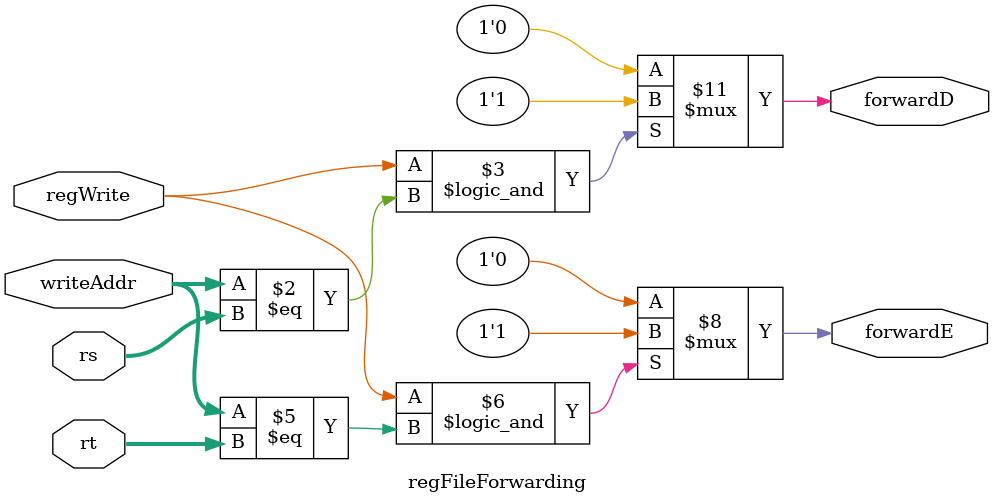
<source format=v>
`timescale 1ns / 1ps


module regFileForwarding(
    input [4:0] rs,
    input [4:0] rt,
    input [4:0] writeAddr,
    input regWrite,
    output reg forwardD,
    output reg forwardE
);

always @(*)
begin
    if (regWrite && (writeAddr == rs))
        forwardD = 1'b1;
    else
        forwardD = 1'b0;
end

always @(*)
begin
    if (regWrite && (writeAddr == rt))
        forwardE = 1'b1;
    else
        forwardE = 1'b0;
end

endmodule

</source>
